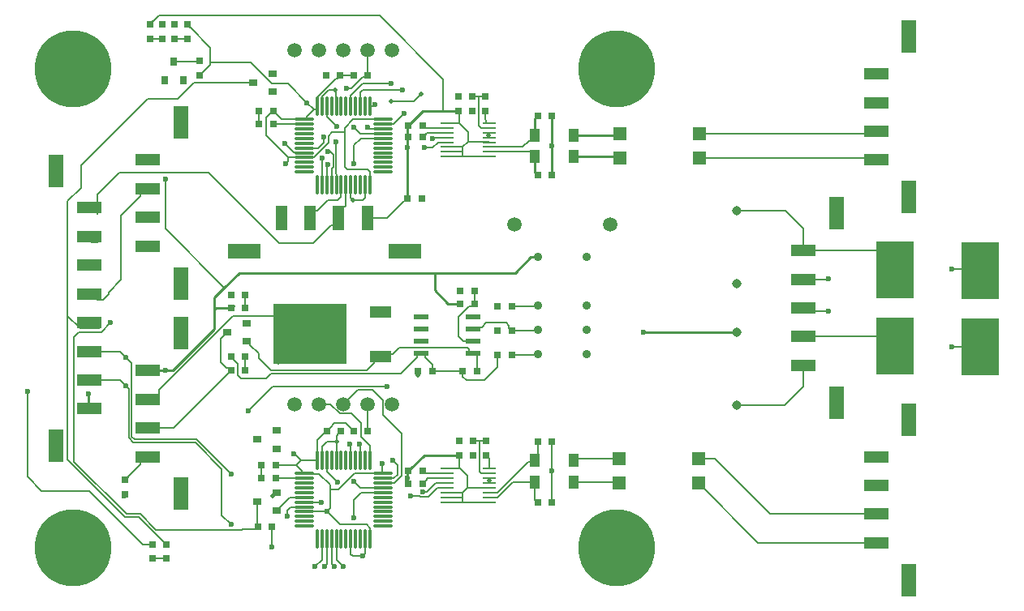
<source format=gtl>
G04*
G04 #@! TF.GenerationSoftware,Altium Limited,Altium Designer,19.0.15 (446)*
G04*
G04 Layer_Physical_Order=1*
G04 Layer_Color=255*
%FSLAX25Y25*%
%MOIN*%
G70*
G01*
G75*
%ADD12C,0.00600*%
%ADD42R,0.03150X0.02953*%
%ADD43R,0.05512X0.05512*%
%ADD44R,0.04331X0.05315*%
%ADD45R,0.10000X0.05000*%
%ADD46R,0.06496X0.13504*%
%ADD47R,0.05500X0.01100*%
%ADD48R,0.02953X0.03150*%
%ADD49R,0.06102X0.02362*%
%ADD50R,0.08661X0.04724*%
%ADD51R,0.30000X0.25000*%
%ADD52R,0.03543X0.02756*%
%ADD53R,0.15748X0.23622*%
%ADD54O,0.08268X0.01181*%
%ADD55O,0.01181X0.08268*%
%ADD56R,0.02756X0.03543*%
%ADD57R,0.05000X0.10000*%
%ADD58R,0.13504X0.06496*%
%ADD59C,0.01000*%
%ADD60C,0.03543*%
%ADD61C,0.05906*%
%ADD62C,0.03838*%
%ADD63C,0.31496*%
%ADD64C,0.01968*%
%ADD65C,0.02362*%
D12*
X-150591Y0D02*
Y5512D01*
X-159200Y8516D02*
Y8610D01*
X-183465Y32874D02*
X-159200Y8610D01*
X-164961Y101181D02*
Y107283D01*
Y100197D02*
Y101181D01*
X-148425D01*
X-139764Y92520D01*
X-133071D01*
X-125197Y84646D01*
X-81496Y85039D02*
X-78347Y88189D01*
X-90551Y85039D02*
X-81496D01*
X-139764Y-98032D02*
X-139567Y-97835D01*
Y-89764D01*
X-139370Y-32283D02*
X-92205D01*
X-98435Y-33515D02*
X-94089Y-37862D01*
X-104382Y-33515D02*
X-98435D01*
X-110236Y-39370D02*
X-104382Y-33515D01*
X-149213Y-42126D02*
X-139370Y-32283D01*
X-191518Y-61024D02*
X-191042D01*
X-190669D01*
X-188583Y-102953D02*
X-183071D01*
X-169488Y101575D02*
X-169291Y101772D01*
X-179528Y110827D02*
X-174409D01*
X-189764D02*
X-184646D01*
X-69291Y81299D02*
Y94291D01*
X-95472Y120472D02*
X-69291Y94291D01*
X-186024Y120472D02*
X-95472D01*
X-188489Y118007D02*
X-186024Y120472D01*
X-188587Y118007D02*
X-188489D01*
X-189764Y116831D02*
X-188587Y118007D01*
X-189764Y116732D02*
Y116831D01*
X-183465Y32874D02*
Y53150D01*
X-202323Y55905D02*
X-165748D01*
X-211417Y38976D02*
Y46811D01*
X-202323Y55905D01*
X-165748D02*
X-136614Y26772D01*
X-168017Y97141D02*
X-164961Y100197D01*
X-168115Y97141D02*
X-168017D01*
X-169291Y95965D02*
X-168115Y97141D01*
X-169291Y95866D02*
Y95965D01*
X-173135Y115457D02*
X-164961Y107283D01*
X-173233Y115457D02*
X-173135D01*
X-174409Y116634D02*
X-173233Y115457D01*
X-174409Y116634D02*
Y116732D01*
X-99307Y73819D02*
X-94095D01*
X-99917Y74429D02*
X-99307Y73819D01*
X-100394Y74429D02*
X-99917D01*
X-106313Y77756D02*
X-94095D01*
X-103327Y71850D02*
X-94095D01*
X-105905Y74429D02*
X-103327Y71850D01*
X-103149Y69882D02*
X-94095D01*
X-105905Y67125D02*
X-103149Y69882D01*
X-98032Y83071D02*
X-97244Y83858D01*
X-99410Y83071D02*
X-98032D01*
X-109055Y90551D02*
X-106890D01*
X-102360Y95081D01*
X-100824D01*
X-100236Y95669D01*
X-102362Y92520D02*
X-90551D01*
X-107283Y87598D02*
X-102362Y92520D01*
X-107283Y83071D02*
Y87598D01*
X-102362Y89764D02*
X-85933D01*
X-103347Y88779D02*
X-102362Y89764D01*
X-103347Y83071D02*
Y88779D01*
X-107730Y-56382D02*
Y-55905D01*
Y-56382D02*
X-107283Y-56829D01*
Y-62598D02*
Y-56829D01*
X-103820Y-56382D02*
Y-55905D01*
Y-56382D02*
X-103347Y-56855D01*
Y-62598D02*
Y-56855D01*
X-105709Y-67913D02*
X-94220D01*
X-94488Y-67645D02*
Y-63779D01*
Y-67645D02*
X-94220Y-67913D01*
X-94095D01*
X-112205Y-74410D02*
X-105709Y-67913D01*
X-240158Y-69291D02*
X-234252Y-75197D01*
X-240158Y-69291D02*
Y-34252D01*
X-234252Y-75197D02*
X-214567D01*
X-192717Y-97047D01*
X-188583D01*
X-155604Y-3150D02*
X-131496D01*
X-185969Y-33515D02*
X-155604Y-3150D01*
X-185969Y-35201D02*
Y-33515D01*
X-201968Y-29528D02*
X-199606Y-31890D01*
X-214843Y-29528D02*
X-201968D01*
X-201968Y-17717D02*
X-199606Y-20079D01*
X-214843Y-17717D02*
X-201968D01*
X-223622Y-62205D02*
Y-3150D01*
X-218898Y-9843D02*
X-209842D01*
X-205906Y-5906D01*
X-220866Y-11811D02*
X-218898Y-9843D01*
X-220866Y-63264D02*
Y-11811D01*
X-184247Y-95772D02*
X-183120Y-96900D01*
X-218503Y-8269D02*
X-210569D01*
X-218110Y49606D02*
Y58661D01*
X-223622Y44094D02*
X-218110Y49606D01*
X-223622Y-3150D02*
Y44094D01*
X-198444Y-53253D02*
Y-33122D01*
X-199606Y-31960D02*
X-198444Y-33122D01*
X-199606Y-31960D02*
Y-31890D01*
X-223622Y-62205D02*
X-200000Y-85827D01*
X-220866Y-63264D02*
X-199503Y-84627D01*
X-198444Y-53253D02*
X-196560Y-55137D01*
X-171166D01*
X-160236Y-66067D01*
Y-85236D02*
Y-66067D01*
Y-85236D02*
X-156496Y-88976D01*
X-193794Y-84627D02*
X-187364Y-91057D01*
X-152111D01*
X-151994Y-90940D01*
X-146649D01*
X-145473Y-89764D01*
X-199606Y-20079D02*
X-197244Y-22441D01*
Y-52756D02*
Y-22441D01*
Y-52756D02*
X-196063Y-53937D01*
X-170669D01*
X-156496Y-68110D01*
X-113254Y57696D02*
Y68372D01*
X-113386Y68504D02*
X-113254Y68372D01*
X-122483Y81932D02*
X-122202D01*
X-125197Y84646D02*
X-122483Y81932D01*
X-130512Y-59842D02*
X-127756Y-62598D01*
X-130709Y-59842D02*
X-130512D01*
X-156693Y-19685D02*
X-153543Y-22835D01*
X-140176Y-26791D02*
X-86613D01*
X-142126Y-28740D02*
X-140176Y-26791D01*
X-152362Y-28740D02*
X-142126D01*
X-86613Y-26791D02*
X-80076Y-20253D01*
Y-19405D01*
X-79195Y-18524D01*
X-78347D01*
X-153543Y-27559D02*
X-152362Y-28740D01*
X-153543Y-27559D02*
Y-22835D01*
X-133858Y59429D02*
X-132874Y60413D01*
Y62008D01*
X-130623Y64088D02*
X-126489D01*
X-126378Y63976D01*
X-134252Y67716D02*
X-130623Y64088D01*
X-102362Y44488D02*
X-101378Y45472D01*
Y50787D01*
X-106299Y44488D02*
X-102362D01*
X-107283Y45472D02*
X-106299Y44488D01*
X-107283Y45472D02*
Y50787D01*
X-93983Y75899D02*
X-89849D01*
X-94095Y75787D02*
X-93983Y75899D01*
X-89849D02*
X-85433Y80315D01*
X-113675Y89764D02*
X-113324Y89412D01*
Y87160D02*
Y89412D01*
Y87160D02*
X-113300Y87136D01*
Y83182D02*
Y87136D01*
Y83182D02*
X-113189Y83071D01*
X-116356Y89764D02*
X-113675D01*
X-118983Y87136D02*
X-116356Y89764D01*
X-118983Y83182D02*
Y87136D01*
X-119095Y83071D02*
X-118983Y83182D01*
X-113189Y-54724D02*
Y-52362D01*
Y-62598D02*
Y-54724D01*
X-117126D02*
X-113189D01*
X-119095Y-56693D02*
X-117126Y-54724D01*
X-119095Y-62598D02*
Y-56693D01*
X-113189Y-52362D02*
X-112495Y-51669D01*
Y-51570D01*
X-111319Y-50394D01*
X-111221D01*
X-113976Y-47244D02*
X-109291D01*
X-107417Y-49119D01*
Y-49217D02*
Y-49119D01*
Y-49217D02*
X-106240Y-50394D01*
X-106142D01*
X-115851Y-49119D02*
X-113976Y-47244D01*
X-115851Y-49217D02*
Y-49119D01*
X-117028Y-50394D02*
X-115851Y-49217D01*
X-117126Y-50394D02*
X-117028D01*
X-133465Y-85433D02*
Y-83071D01*
X-132087Y-81693D01*
X-126378D01*
X-107283Y-101181D02*
Y-94882D01*
Y-101181D02*
X-106496Y-101969D01*
X-102362D01*
X-101378Y-100984D01*
Y-94882D01*
X-90158Y-62598D02*
X-88189Y-64567D01*
Y-68504D02*
Y-64567D01*
X-89567Y-69882D02*
X-88189Y-68504D01*
X-94095Y-69882D02*
X-89567D01*
X-94089Y-43762D02*
X-86221Y-51630D01*
Y-68779D02*
Y-51630D01*
X-89292Y-71850D02*
X-86221Y-68779D01*
X-190669Y-49213D02*
X-180119D01*
X-157771Y-26865D01*
Y-26767D01*
X-156595Y-25591D01*
X-156496D01*
X-116654Y64567D02*
X-115748D01*
X-114454Y63273D01*
X-122347Y62298D02*
X-116423Y68223D01*
X-109843Y72441D02*
Y74226D01*
Y58268D02*
Y72441D01*
X-114961D02*
X-109843D01*
X-116423Y70979D02*
X-114961Y72441D01*
X-116423Y68223D02*
Y70979D01*
X-122387Y62298D02*
X-122347D01*
X-122677Y62008D02*
X-122387Y62298D01*
X-126378Y62008D02*
X-122677D01*
X-114454Y58193D02*
Y63273D01*
X-120585Y65945D02*
X-118504Y68026D01*
Y70472D01*
X-126378Y65945D02*
X-120585D01*
X-109843Y74226D02*
X-106313Y77756D01*
X-109843Y58268D02*
X-108661Y57087D01*
X-100394D01*
X-99410Y56102D01*
Y50787D02*
Y56102D01*
X-121063Y82200D02*
Y83071D01*
X-121331Y81932D02*
X-121063Y82200D01*
X-122202Y81932D02*
X-121331D01*
X-125239Y78895D02*
X-122202Y81932D01*
X-125239Y78024D02*
Y78895D01*
X-125507Y77756D02*
X-125239Y78024D01*
X-126378Y77756D02*
X-125507D01*
X-137898Y80024D02*
X-135630Y77756D01*
X-137898Y80024D02*
Y80123D01*
X-139075Y81299D02*
X-137898Y80123D01*
X-139173Y81299D02*
X-139075D01*
X-135630Y77756D02*
X-126378D01*
X-142126Y71260D02*
Y78347D01*
X-140448Y80024D01*
Y80123D01*
X-139272Y81299D01*
X-139173D01*
X-142126Y71260D02*
X-132874Y62008D01*
X-126378D01*
X-115685Y-74410D02*
Y-72662D01*
Y-82220D02*
Y-74410D01*
X-112205D01*
X-117126Y-83661D02*
X-111811Y-88976D01*
X-100787D01*
X-99410Y-90354D01*
Y-94882D02*
Y-90354D01*
X-120236Y-68110D02*
X-115685Y-72662D01*
X-117126Y-83661D02*
X-115685Y-82220D01*
X-122227Y-68110D02*
X-120236D01*
X-122313Y-68025D02*
X-122227Y-68110D01*
X-126267Y-68025D02*
X-122313D01*
X-126378Y-67913D02*
X-126267Y-68025D01*
X-126378Y-83661D02*
X-117126D01*
X-129724Y-64567D02*
X-127756Y-62598D01*
X-121063D01*
X-137992Y-64567D02*
X-129724D01*
X-127517Y-66774D01*
Y-67645D02*
Y-66774D01*
Y-67645D02*
X-127249Y-67913D01*
X-126378D01*
X-218110Y58661D02*
X-190551Y86221D01*
X-178347D02*
X-171653Y92913D01*
X-190551Y86221D02*
X-178347D01*
X-171653Y92913D02*
X-147244D01*
X-223622Y-3150D02*
X-218503Y-8269D01*
X-136614Y26772D02*
X-122559D01*
X-115253Y34078D01*
X-114404D01*
X-112204Y36277D01*
Y37126D01*
X-120968Y40175D02*
X-116654Y44488D01*
X-121816Y40175D02*
X-120968D01*
X-124016Y37975D02*
X-121816Y40175D01*
X-124016Y37126D02*
Y37975D01*
X-116654Y44488D02*
X-112598D01*
X-111221Y45866D01*
Y50787D01*
X-213791Y27165D02*
X-211417D01*
X-199503Y-84627D02*
X-193794D01*
X-179921Y101575D02*
X-169488D01*
X-145079Y75787D02*
Y81299D01*
X-139173Y75787D02*
X-126378D01*
X-117126Y78937D02*
X-112992Y74803D01*
X-117126Y78937D02*
Y83071D01*
X-100236Y95669D02*
Y106299D01*
X-121063Y83071D02*
Y86754D01*
X-113324Y94493D01*
X-112791D01*
X-111614Y95669D01*
X-106142D01*
X-100393Y37126D02*
X-92205D01*
X-85330Y44001D01*
Y44099D01*
X-84153Y45276D01*
X-84055D01*
X-115157Y57490D02*
X-114454Y58193D01*
X-113386Y57565D02*
X-113254Y57696D01*
X-113386Y55332D02*
Y57565D01*
Y55332D02*
X-112992Y54939D01*
X-113078Y54853D02*
X-112992Y54939D01*
X-113078Y50899D02*
Y54853D01*
X-113189Y50787D02*
X-113078Y50899D01*
X-115157Y50787D02*
Y57490D01*
X-116535Y59055D02*
Y59842D01*
X-118898Y54939D02*
Y61811D01*
X-117126Y59252D02*
X-116535Y59842D01*
X-117126Y50787D02*
Y59252D01*
X-116535Y59842D02*
X-116535Y59842D01*
X-105905Y59429D02*
Y67125D01*
X-118983Y54853D02*
X-118898Y54939D01*
X-118983Y50899D02*
Y54853D01*
X-119095Y50787D02*
X-118983Y50899D01*
X-109604Y41826D02*
X-109252Y42178D01*
X-110004Y41826D02*
X-109604D01*
X-112204Y39626D02*
X-110004Y41826D01*
X-112204Y37126D02*
Y39626D01*
X-109252Y42178D02*
Y50787D01*
X-105905Y-86221D02*
Y-78740D01*
X-102953Y-75787D01*
X-94095D01*
X-105905Y-71240D02*
X-103327Y-73819D01*
X-94095D01*
X-200000Y-70669D02*
X-198824Y-69493D01*
Y-69178D01*
X-193718Y-64073D01*
Y-63224D01*
X-191518Y-61024D01*
X-200000Y-85827D02*
X-194291D01*
X-184346Y-95772D01*
X-184247D01*
X-206843Y6542D02*
X-201575Y11811D01*
X-206843Y5743D02*
Y6542D01*
X-209044Y3543D02*
X-206843Y5743D01*
X-211417Y3543D02*
X-209044D01*
X-201575Y11811D02*
Y38308D01*
X-193718Y46165D01*
Y47013D01*
X-191518Y49213D01*
X-190669D01*
X-145669Y-89567D02*
X-145473Y-89764D01*
X-145669Y-89567D02*
Y-79528D01*
X-99410Y-62598D02*
Y-56496D01*
X-103150Y-52756D02*
X-99410Y-56496D01*
X-103150Y-52756D02*
Y-47244D01*
X-107171Y-43223D02*
X-103150Y-47244D01*
X-111832Y-43223D02*
X-107171D01*
X-115685Y-39370D02*
X-111832Y-43223D01*
X-120236Y-39370D02*
X-115685D01*
X-94095Y-71850D02*
X-89292D01*
X-94089Y-43762D02*
Y-37862D01*
X-119488Y-79724D02*
X-119291Y-79921D01*
X-126378Y-79724D02*
X-119488D01*
X-136324Y-81796D02*
X-132283Y-77756D01*
X-136324Y-82190D02*
Y-81796D01*
X-137402Y-83268D02*
X-136324Y-82190D01*
X-137795Y-83268D02*
X-137402D01*
X-132283Y-77756D02*
X-126378D01*
X-143898Y-69880D02*
Y-64567D01*
X-137992Y-69880D02*
X-137990Y-69882D01*
X-126378D01*
X-117126Y-67126D02*
X-112598Y-71653D01*
X-117126Y-67126D02*
Y-62598D01*
X-121063D02*
Y-54331D01*
X-118401Y-51669D01*
Y-51570D01*
X-117224Y-50394D01*
X-117126D01*
X-100236D02*
Y-39370D01*
X-140157Y-25591D02*
X-100787D01*
X-97792Y-22595D01*
Y-21747D01*
X-95730Y-19685D01*
X-94882D01*
X-145079Y-20669D02*
X-140157Y-25591D01*
X-145079Y-20669D02*
Y-18504D01*
X-148528Y-15054D02*
X-145079Y-18504D01*
X-148528Y-15054D02*
Y-14661D01*
X-149606Y-13583D02*
X-148528Y-14661D01*
X-150000Y-13583D02*
X-149606D01*
X-131496Y-3150D02*
X-124016Y-10630D01*
X-188169Y-37401D02*
X-185969Y-35201D01*
X-190669Y-37401D02*
X-188169D01*
X-73622Y-25984D02*
X-61221D01*
X-160630Y-22047D02*
X-158263Y-24414D01*
X-157673D01*
X-156496Y-25591D01*
X-160630Y-22047D02*
Y-12598D01*
X-159346Y-11314D01*
Y-10921D01*
X-158268Y-9843D01*
X-157874D01*
X-150591Y-25591D02*
Y-19685D01*
X-137064Y-22830D02*
X-124864Y-10630D01*
X-124016D01*
X-59469Y-16142D02*
X-58816Y-16794D01*
Y-17642D02*
Y-16794D01*
Y-17642D02*
X-57935Y-18524D01*
X-57087D01*
X-87402Y-16142D02*
X-59469D01*
X-90003Y-18743D02*
X-87402Y-16142D01*
X-93940Y-18743D02*
X-90003D01*
X-94882Y-19685D02*
X-93940Y-18743D01*
X-43504Y-5906D02*
X-42251Y-7158D01*
Y-8064D02*
Y-7158D01*
Y-8064D02*
X-41142Y-9173D01*
X-51575Y-5906D02*
X-43504D01*
X-53487Y-7818D02*
X-51575Y-5906D01*
X-56381Y-7818D02*
X-53487D01*
X-57087Y-8524D02*
X-56381Y-7818D01*
X-62992Y-11668D02*
X-61137Y-13524D01*
X-57087D01*
X-62992Y-11668D02*
Y-3543D01*
X-58550Y899D01*
X-57566D01*
X-56496Y1969D01*
Y7087D01*
X-76617Y-20253D02*
X-73622Y-23248D01*
X-76617Y-20253D02*
Y-19405D01*
X-77498Y-18524D02*
X-76617Y-19405D01*
X-78347Y-18524D02*
X-77498D01*
X-73622Y-25984D02*
Y-23248D01*
X-61221Y-28150D02*
X-59842Y-29528D01*
X-61221Y-28150D02*
Y-25984D01*
X-59842Y-29528D02*
X-52362D01*
X-47047Y-24213D01*
Y-19173D01*
X-57087Y-18524D02*
X-56238D01*
X-55357Y-19405D01*
Y-20253D02*
Y-19405D01*
Y-20253D02*
X-55315Y-20295D01*
Y-25984D02*
Y-20295D01*
X-30709Y-19173D02*
X-30472Y-18937D01*
X-41142Y-19173D02*
X-30709D01*
Y-9173D02*
X-30472Y-8937D01*
X-41142Y-9173D02*
X-30709D01*
Y827D02*
X-30472Y1063D01*
X-41142Y827D02*
X-30709D01*
X-113189Y-103347D02*
X-110236Y-106299D01*
X-113189Y-103347D02*
Y-94882D01*
X-115157Y-105067D02*
X-114173Y-106051D01*
Y-106299D02*
Y-106051D01*
X-115157Y-105067D02*
Y-94882D01*
X-118110Y-106051D02*
X-117126Y-105067D01*
X-118110Y-106299D02*
Y-106051D01*
X-117126Y-105067D02*
Y-94882D01*
X-82677Y-77165D02*
X-79106D01*
X-119095Y-103347D02*
Y-94882D01*
X-122047Y-106299D02*
X-119095Y-103347D01*
X-78600Y-77671D02*
X-75506D01*
X-79106Y-77165D02*
X-78600Y-77671D01*
X-75506D02*
X-71654Y-73820D01*
X-76130Y-75590D02*
X-72390Y-71850D01*
X-77559Y-75590D02*
X-76130D01*
X-71654Y-73820D02*
X-67655D01*
X-72390Y-71850D02*
X-67655D01*
X-75588Y-69880D02*
X-67655D01*
X-76481Y-70772D02*
X-75588Y-69880D01*
X-76481Y-70871D02*
Y-70772D01*
X-77658Y-72047D02*
X-76481Y-70871D01*
X-77756Y-72047D02*
X-77658D01*
X-77756Y-66929D02*
X-76775Y-67910D01*
X-67655D01*
X-71457Y68306D02*
X-67655D01*
X-73622Y66142D02*
X-71457Y68306D01*
X-77165Y66142D02*
X-73622D01*
X-73622Y69685D02*
X-73031Y70276D01*
X-67655D01*
X-77756Y70472D02*
X-77658D01*
X-76481Y71649D01*
Y71747D01*
X-75982Y72246D01*
X-67655D01*
X-77756Y75197D02*
X-76775Y74216D01*
X-67655D01*
X-31693Y62402D02*
Y62501D01*
X-33558Y64366D02*
X-31693Y62501D01*
X-50455Y64366D02*
X-33558D01*
X-50455Y66336D02*
X-36616D01*
X-34050Y68902D01*
X-33558D01*
X-31693Y70768D01*
Y71260D01*
X-54724Y87205D02*
X-51968D01*
X-57480D02*
X-54724D01*
Y75197D02*
X-53754Y74226D01*
X-50465D01*
X-50455Y74216D01*
X-54724Y75197D02*
Y87205D01*
X-51968Y77700D02*
X-51554Y77285D01*
Y76436D02*
Y77285D01*
Y76436D02*
X-51304Y76186D01*
X-50455D01*
X-51968Y77700D02*
Y81299D01*
X-62992D02*
X-62801Y81108D01*
Y76186D02*
Y81108D01*
X-59055Y68504D02*
Y72441D01*
X-62801Y76186D02*
X-59055Y72441D01*
X-67655Y76186D02*
X-62801D01*
X-61223Y64466D02*
Y66336D01*
Y62595D02*
Y64466D01*
X-61322Y64366D02*
X-61223Y64466D01*
X-67655Y64366D02*
X-61322D01*
X-61024Y62396D02*
X-50455D01*
X-67655D02*
X-61024D01*
X-61223Y62595D02*
X-61024Y62396D01*
X-59055Y68504D02*
X-50653D01*
X-50455Y68306D01*
X-61223Y66336D02*
X-59055Y68504D01*
X-67655Y66336D02*
X-61223D01*
X-61420Y-77759D02*
Y-75790D01*
Y-79727D02*
Y-77759D01*
X-61421Y-77760D02*
X-61420Y-77759D01*
X-67655Y-77760D02*
X-61421D01*
X-61417Y-79730D02*
X-50455D01*
X-67655D02*
X-61417D01*
X-61420Y-79727D02*
X-61417Y-79730D01*
X-62598Y-65748D02*
X-62407Y-65940D01*
X-62598Y-65748D02*
Y-60433D01*
X-59449Y-73819D02*
Y-68898D01*
X-62407Y-65940D02*
X-59449Y-68898D01*
X-67655Y-65940D02*
X-62407D01*
X-59449Y-73819D02*
X-50456D01*
X-50455Y-73820D01*
X-61420Y-75790D02*
X-59449Y-73819D01*
X-67655Y-75790D02*
X-61420D01*
X-54331Y-54528D02*
X-51575D01*
X-57087D02*
X-54331D01*
Y-67323D02*
X-53754Y-67900D01*
X-50465D01*
X-50455Y-67910D01*
X-54331Y-67323D02*
Y-54528D01*
X-57087Y-54527D02*
X-57087Y-54528D01*
X-51575Y-60433D02*
X-50455Y-61553D01*
Y-65940D02*
Y-61553D01*
X-47051Y-77760D02*
X-40650Y-71358D01*
X-31693D01*
X-50455Y-77760D02*
X-47051D01*
X-47049Y-75790D02*
X-34407Y-63147D01*
X-32340D01*
X-31693Y-62500D01*
X-50455Y-75790D02*
X-47049D01*
X-24606Y-66929D02*
Y-54724D01*
Y-79921D02*
Y-66929D01*
X-30516Y-79921D02*
X-30512D01*
X-31693Y-78745D02*
X-30516Y-79921D01*
X-31693Y-78745D02*
Y-71358D01*
Y-62500D02*
X-30512Y-61319D01*
Y-54724D01*
X2480Y-71358D02*
X3051Y-71929D01*
X-15551Y-71358D02*
X2480D01*
X-15551Y-62500D02*
X-14980Y-61929D01*
X3051D01*
X64961Y-84646D02*
X108543D01*
X42244Y-61929D02*
X64961Y-84646D01*
X35531Y-61929D02*
X42244D01*
X60059Y-96457D02*
X108543D01*
X35531Y-71929D02*
X60059Y-96457D01*
X107637Y61929D02*
X108543Y61023D01*
X35925Y61929D02*
X107637D01*
X107638Y71929D02*
X108543Y72834D01*
X35925Y71929D02*
X107638D01*
X78729Y23765D02*
Y32689D01*
X71417Y40000D02*
X78729Y32689D01*
X51181Y40000D02*
X71417D01*
X78729Y-32295D02*
Y-23479D01*
X71024Y-40000D02*
X78729Y-32295D01*
X51181Y-40000D02*
X71024D01*
X139764Y-15748D02*
X151378D01*
X80053Y-1181D02*
X88976D01*
X78729Y143D02*
X80053Y-1181D01*
X78729Y-11668D02*
X112455D01*
X116339Y-15551D01*
X88726Y11954D02*
X88976Y12205D01*
X150787Y16142D02*
X151378Y15551D01*
X139764Y16142D02*
X150787D01*
X78729Y11954D02*
X88726D01*
X116339Y15748D02*
Y16191D01*
X108765Y23765D02*
X116339Y16191D01*
X78729Y23765D02*
X108765D01*
D42*
X-30512Y-54724D02*
D03*
X-24606D02*
D03*
X-30512Y-79921D02*
D03*
X-24606D02*
D03*
X-83661Y-72047D02*
D03*
X-77756D02*
D03*
X-84055Y45276D02*
D03*
X-78150D02*
D03*
X-83661Y-66929D02*
D03*
X-77756D02*
D03*
X-30512Y79134D02*
D03*
X-24606D02*
D03*
X-30512Y54724D02*
D03*
X-24606D02*
D03*
X-83661Y70472D02*
D03*
X-77756D02*
D03*
X-83661Y75197D02*
D03*
X-77756D02*
D03*
X-61221Y-25984D02*
D03*
X-55315D02*
D03*
X-41142Y-9173D02*
D03*
X-47047D02*
D03*
Y-19173D02*
D03*
X-41142D02*
D03*
X-47047Y827D02*
D03*
X-41142D02*
D03*
X-156496Y-19685D02*
D03*
X-150591D02*
D03*
Y0D02*
D03*
X-156496D02*
D03*
X-62402Y1969D02*
D03*
X-56496D02*
D03*
X-150591Y-25591D02*
D03*
X-156496D02*
D03*
X-150591Y5512D02*
D03*
X-156496D02*
D03*
X-73622Y-25984D02*
D03*
X-79528D02*
D03*
X-56496Y7087D02*
D03*
X-62402D02*
D03*
X-145473Y-89764D02*
D03*
X-139567D02*
D03*
X-139173Y81299D02*
D03*
X-145079D02*
D03*
X-100236Y95669D02*
D03*
X-106142D02*
D03*
X-145079Y75787D02*
D03*
X-139173D02*
D03*
X-137992Y-64567D02*
D03*
X-143898D02*
D03*
X-100236Y-50394D02*
D03*
X-106142D02*
D03*
X-143898Y-69880D02*
D03*
X-137992D02*
D03*
X-117126Y-50394D02*
D03*
X-111221D02*
D03*
X-111614Y95669D02*
D03*
X-117520D02*
D03*
D43*
X3051Y-61929D02*
D03*
Y-71929D02*
D03*
X35531Y-61929D02*
D03*
Y-71929D02*
D03*
X3445Y71929D02*
D03*
Y61929D02*
D03*
X35925Y71929D02*
D03*
Y61929D02*
D03*
D44*
X-31693Y-71358D02*
D03*
X-15551D02*
D03*
Y-62500D02*
D03*
X-31693D02*
D03*
Y62402D02*
D03*
X-15551D02*
D03*
Y71260D02*
D03*
X-31693D02*
D03*
D45*
X108543Y-96457D02*
D03*
Y-84646D02*
D03*
Y-72834D02*
D03*
Y-61023D02*
D03*
Y61023D02*
D03*
Y72834D02*
D03*
Y84646D02*
D03*
Y96457D02*
D03*
X78729Y-23479D02*
D03*
Y-11668D02*
D03*
Y143D02*
D03*
Y11954D02*
D03*
Y23765D02*
D03*
X-214843Y41339D02*
D03*
Y29528D02*
D03*
Y17717D02*
D03*
Y5906D02*
D03*
Y-5906D02*
D03*
Y-17717D02*
D03*
Y-29528D02*
D03*
Y-41339D02*
D03*
X-190669Y25590D02*
D03*
Y37401D02*
D03*
Y49213D02*
D03*
Y61024D02*
D03*
Y-61024D02*
D03*
Y-49213D02*
D03*
Y-37401D02*
D03*
Y-25590D02*
D03*
D46*
X122047Y-45708D02*
D03*
Y-111772D02*
D03*
Y111772D02*
D03*
Y45708D02*
D03*
X92233Y39080D02*
D03*
Y-38794D02*
D03*
X-228346Y-56654D02*
D03*
Y56654D02*
D03*
X-177165Y76339D02*
D03*
Y10275D02*
D03*
Y-10275D02*
D03*
Y-76339D02*
D03*
D47*
X-67655Y-65940D02*
D03*
Y-67910D02*
D03*
Y-69880D02*
D03*
Y-71850D02*
D03*
Y-73820D02*
D03*
Y-75790D02*
D03*
Y-77760D02*
D03*
Y-79730D02*
D03*
X-50455D02*
D03*
Y-77760D02*
D03*
Y-75790D02*
D03*
Y-73820D02*
D03*
Y-71850D02*
D03*
Y-69880D02*
D03*
Y-67910D02*
D03*
Y-65940D02*
D03*
X-67655Y76186D02*
D03*
Y74216D02*
D03*
Y72246D02*
D03*
Y70276D02*
D03*
Y68306D02*
D03*
Y66336D02*
D03*
Y64366D02*
D03*
Y62396D02*
D03*
X-50455D02*
D03*
Y64366D02*
D03*
Y66336D02*
D03*
Y68306D02*
D03*
Y70276D02*
D03*
Y72246D02*
D03*
Y74216D02*
D03*
Y76186D02*
D03*
D48*
X-51575Y-60433D02*
D03*
Y-54528D02*
D03*
X-57087Y-54527D02*
D03*
Y-60433D02*
D03*
X-51968Y81299D02*
D03*
Y87205D02*
D03*
X-57480D02*
D03*
Y81299D02*
D03*
X-169291Y101772D02*
D03*
Y95866D02*
D03*
X-188583Y-97047D02*
D03*
Y-102953D02*
D03*
X-183071D02*
D03*
Y-97047D02*
D03*
X-200000Y-70669D02*
D03*
Y-76575D02*
D03*
X-189764Y116732D02*
D03*
Y110827D02*
D03*
X-184646Y116732D02*
D03*
Y110827D02*
D03*
X-174409Y116732D02*
D03*
Y110827D02*
D03*
X-179528Y116732D02*
D03*
Y110827D02*
D03*
X-62598Y-60433D02*
D03*
Y-54527D02*
D03*
X-62992Y81299D02*
D03*
Y87205D02*
D03*
D49*
X-78347Y-18524D02*
D03*
Y-13524D02*
D03*
Y-8524D02*
D03*
Y-3524D02*
D03*
X-57087D02*
D03*
Y-8524D02*
D03*
Y-13524D02*
D03*
Y-18524D02*
D03*
D50*
X-94882Y-1575D02*
D03*
Y-19685D02*
D03*
D51*
X-124016Y-10630D02*
D03*
D52*
X-150000Y-13583D02*
D03*
Y-6102D02*
D03*
X-157874Y-9843D02*
D03*
X-139370Y89173D02*
D03*
Y96653D02*
D03*
X-147244Y92913D02*
D03*
X-137795Y-83268D02*
D03*
Y-75787D02*
D03*
X-145669Y-79528D02*
D03*
X-137795Y-57677D02*
D03*
Y-50197D02*
D03*
X-145669Y-53937D02*
D03*
D53*
X151378Y-15748D02*
D03*
X116339Y-15551D02*
D03*
Y15748D02*
D03*
X151378Y15551D02*
D03*
D54*
X-126378Y77756D02*
D03*
Y75787D02*
D03*
Y73819D02*
D03*
Y71850D02*
D03*
Y69882D02*
D03*
Y67913D02*
D03*
Y65945D02*
D03*
Y63976D02*
D03*
Y62008D02*
D03*
Y60039D02*
D03*
Y58071D02*
D03*
Y56102D02*
D03*
X-94095D02*
D03*
Y58071D02*
D03*
Y60039D02*
D03*
Y62008D02*
D03*
Y63976D02*
D03*
Y65945D02*
D03*
Y67913D02*
D03*
Y69882D02*
D03*
Y71850D02*
D03*
Y73819D02*
D03*
Y75787D02*
D03*
Y77756D02*
D03*
X-126378Y-67913D02*
D03*
Y-69882D02*
D03*
Y-71850D02*
D03*
Y-73819D02*
D03*
Y-75787D02*
D03*
Y-77756D02*
D03*
Y-79724D02*
D03*
Y-81693D02*
D03*
Y-83661D02*
D03*
Y-85630D02*
D03*
Y-87598D02*
D03*
Y-89567D02*
D03*
X-94095D02*
D03*
Y-87598D02*
D03*
Y-85630D02*
D03*
Y-83661D02*
D03*
Y-81693D02*
D03*
Y-79724D02*
D03*
Y-77756D02*
D03*
Y-75787D02*
D03*
Y-73819D02*
D03*
Y-71850D02*
D03*
Y-69882D02*
D03*
Y-67913D02*
D03*
D55*
X-121063Y50787D02*
D03*
X-119095D02*
D03*
X-117126D02*
D03*
X-115157D02*
D03*
X-113189D02*
D03*
X-111221D02*
D03*
X-109252D02*
D03*
X-107283D02*
D03*
X-105315D02*
D03*
X-103347D02*
D03*
X-101378D02*
D03*
X-99410D02*
D03*
Y83071D02*
D03*
X-101378D02*
D03*
X-103347D02*
D03*
X-105315D02*
D03*
X-107283D02*
D03*
X-109252D02*
D03*
X-111221D02*
D03*
X-113189D02*
D03*
X-115157D02*
D03*
X-117126D02*
D03*
X-119095D02*
D03*
X-121063D02*
D03*
Y-94882D02*
D03*
X-119095D02*
D03*
X-117126D02*
D03*
X-115157D02*
D03*
X-113189D02*
D03*
X-111221D02*
D03*
X-109252D02*
D03*
X-107283D02*
D03*
X-105315D02*
D03*
X-103347D02*
D03*
X-101378D02*
D03*
X-99410D02*
D03*
Y-62598D02*
D03*
X-101378D02*
D03*
X-103347D02*
D03*
X-105315D02*
D03*
X-107283D02*
D03*
X-109252D02*
D03*
X-111221D02*
D03*
X-113189D02*
D03*
X-115157D02*
D03*
X-117126D02*
D03*
X-119095D02*
D03*
X-121063D02*
D03*
D56*
X-183661Y93701D02*
D03*
X-176181D02*
D03*
X-179921Y101575D02*
D03*
D57*
X-135827Y37126D02*
D03*
X-124016D02*
D03*
X-112204D02*
D03*
X-100393D02*
D03*
D58*
X-85078Y23622D02*
D03*
X-151142D02*
D03*
D59*
X-163386Y-787D02*
Y4331D01*
Y-8661D02*
Y-787D01*
X-162598Y0D02*
X-156496D01*
X-163386Y-787D02*
X-162598Y0D01*
X-159200Y8516D02*
X-153150Y14567D01*
X-163386Y4331D02*
X-159200Y8516D01*
X-84055Y66142D02*
Y74803D01*
X-69291Y81299D02*
X-62992D01*
X-77559D02*
X-69291D01*
X-214961Y-41221D02*
Y-35201D01*
Y-41221D02*
X-214843Y-41339D01*
X12992Y-9843D02*
X13150Y-10000D01*
X51181D01*
X-190669Y-25590D02*
X-190669Y-25591D01*
X-183465D01*
X-72835Y14567D02*
X-39764D01*
X-153150D02*
X-72835D01*
Y7542D02*
Y14567D01*
Y7542D02*
X-67261Y1969D01*
X-62402D01*
X-39764Y14567D02*
X-33268Y21063D01*
X-30472D01*
X-155421Y976D02*
Y1075D01*
X-156398Y0D02*
X-155421Y976D01*
X-156496Y0D02*
X-156398D01*
X-180315Y-25590D02*
X-163386Y-8661D01*
X-183465Y-25590D02*
X-180315D01*
X-24606Y66929D02*
Y79134D01*
Y54724D02*
Y66929D01*
X-30610Y54724D02*
X-30512D01*
X-31587Y55701D02*
X-30610Y54724D01*
X-31587Y55701D02*
Y56180D01*
X-31693Y56287D02*
X-31587Y56180D01*
X-31693Y56287D02*
Y62402D01*
X-30610Y79134D02*
X-30512D01*
X-31587Y78158D02*
X-30610Y79134D01*
X-31587Y77678D02*
Y78158D01*
X-31693Y77572D02*
X-31587Y77678D01*
X-31693Y71260D02*
Y77572D01*
X2972Y62402D02*
X3445Y61929D01*
X-15551Y62402D02*
X2972D01*
X2776Y71260D02*
X3445Y71929D01*
X-15551Y71260D02*
X2776D01*
X-84055Y45276D02*
Y66142D01*
X-82587Y76272D02*
X-77559Y81299D01*
X-82587Y76173D02*
Y76272D01*
X-83563Y75197D02*
X-82587Y76173D01*
X-83661Y75197D02*
X-83563D01*
X-84055Y74803D02*
X-83661Y75197D01*
X-82587Y-65854D02*
X-77165Y-60433D01*
X-82587Y-65953D02*
Y-65854D01*
X-83563Y-66929D02*
X-82587Y-65953D01*
X-83661Y-66929D02*
X-83563D01*
X-77165Y-60433D02*
X-62598D01*
X-83858Y-71850D02*
Y-69685D01*
Y-71850D02*
X-83661Y-72047D01*
X-83858Y-69685D02*
Y-67126D01*
X-83661Y-66929D01*
D60*
X-30472Y1063D02*
D03*
Y-8937D02*
D03*
Y-18937D02*
D03*
X-10472D02*
D03*
Y-8937D02*
D03*
Y1063D02*
D03*
Y21063D02*
D03*
X-30472D02*
D03*
D61*
X-787Y34646D02*
D03*
X-40157D02*
D03*
X-90236Y106299D02*
D03*
X-100236D02*
D03*
X-110236D02*
D03*
X-120236D02*
D03*
X-130236D02*
D03*
X-90236Y-39370D02*
D03*
X-100236D02*
D03*
X-110236D02*
D03*
X-120236D02*
D03*
X-130236D02*
D03*
D62*
X51181Y40000D02*
D03*
Y10000D02*
D03*
Y-10000D02*
D03*
Y-40000D02*
D03*
D63*
X-221457Y98425D02*
D03*
Y-98425D02*
D03*
X1969D02*
D03*
Y98425D02*
D03*
D64*
X-62992Y87205D02*
D03*
X-57480Y81299D02*
D03*
X-50653Y71260D02*
D03*
X-50465Y-70871D02*
D03*
X-78347Y88189D02*
D03*
X-90551Y85039D02*
D03*
X-78150Y45276D02*
D03*
X-212598Y17323D02*
D03*
X-217323D02*
D03*
X-106299Y44488D02*
D03*
X-113675Y89764D02*
D03*
X-113189Y-54724D02*
D03*
X-137795Y-50197D02*
D03*
X-139370Y-77165D02*
D03*
X-135827Y35039D02*
D03*
Y40000D02*
D03*
X-117520Y95669D02*
D03*
X-139370Y96653D02*
D03*
X-176181Y93701D02*
D03*
X-179528Y116732D02*
D03*
X-184646D02*
D03*
X-188976Y37402D02*
D03*
X-192913Y37401D02*
D03*
X-188583Y25197D02*
D03*
X-192913Y25591D02*
D03*
X-150000Y-6102D02*
D03*
X-156496Y5512D02*
D03*
X-92913Y-1772D02*
D03*
X-96850D02*
D03*
X-79528Y-27559D02*
D03*
X-62402Y7087D02*
D03*
X-57087Y-3524D02*
D03*
X-47047Y-9173D02*
D03*
Y827D02*
D03*
X-57087Y-60433D02*
D03*
X-62598Y-54527D02*
D03*
D65*
X-139764Y-98032D02*
D03*
X-92205Y-32283D02*
D03*
X-149213Y-42126D02*
D03*
X-191042Y-61024D02*
D03*
X-169488Y101575D02*
D03*
X-183661Y93701D02*
D03*
X-183465Y53150D02*
D03*
X-100394Y74429D02*
D03*
X-97244Y83858D02*
D03*
X-109055Y90551D02*
D03*
X-85933Y89764D02*
D03*
X-90551Y92520D02*
D03*
X-107730Y-55905D02*
D03*
X-103820D02*
D03*
X-94488Y-63779D02*
D03*
X-200394Y-77165D02*
D03*
X-240158Y-34252D02*
D03*
X-214961Y-35201D02*
D03*
X12992Y-9843D02*
D03*
X-24606Y66929D02*
D03*
X-84055Y66142D02*
D03*
X-100393Y37126D02*
D03*
X-83858Y-69685D02*
D03*
X-214843Y29528D02*
D03*
X-205906Y-5906D02*
D03*
X-199606Y-31890D02*
D03*
X-156496Y-88976D02*
D03*
X-199606Y-20079D02*
D03*
X-156496Y-68110D02*
D03*
X-113386Y68504D02*
D03*
X-117126Y-83661D02*
D03*
X-125197Y84646D02*
D03*
X-130709Y-59842D02*
D03*
X-133858Y59429D02*
D03*
X-134252Y67716D02*
D03*
X-85433Y80315D02*
D03*
X-133465Y-85433D02*
D03*
X-102362Y-101969D02*
D03*
X-90158Y-62598D02*
D03*
X-190669Y61024D02*
D03*
X-183071Y-96850D02*
D03*
X-145669Y-53937D02*
D03*
X-116654Y64567D02*
D03*
X-118504Y70472D02*
D03*
X-139370Y89173D02*
D03*
X-112992Y74803D02*
D03*
X-116535Y59055D02*
D03*
X-118898Y61811D02*
D03*
X-105905Y59429D02*
D03*
Y74429D02*
D03*
Y-86221D02*
D03*
Y-71240D02*
D03*
X-119291Y-79921D02*
D03*
X-137795Y-57677D02*
D03*
X-112598Y-71653D02*
D03*
X-156693Y-19685D02*
D03*
X-183465Y-25591D02*
D03*
X-110236Y-106299D02*
D03*
X-114173D02*
D03*
X-118110D02*
D03*
X-122047D02*
D03*
X-77559Y-75590D02*
D03*
X-82677Y-77165D02*
D03*
X-77756Y-72047D02*
D03*
Y-66929D02*
D03*
X-77165Y66142D02*
D03*
X-73622Y69685D02*
D03*
X-77756Y75197D02*
D03*
Y70472D02*
D03*
X-24606Y-66929D02*
D03*
X139764Y-15748D02*
D03*
X88976Y-1181D02*
D03*
Y12205D02*
D03*
X139764Y16142D02*
D03*
M02*

</source>
